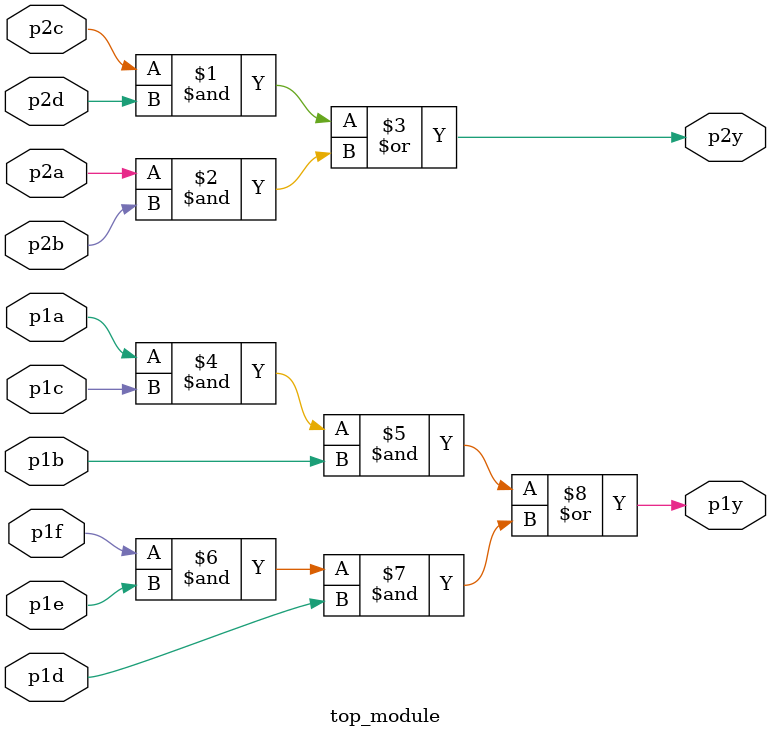
<source format=v>
module top_module ( 
    input p1a, p1b, p1c, p1d, p1e, p1f,
    output p1y,
    input p2a, p2b, p2c, p2d,
    output p2y );

assign p2y = (p2c&p2d) | (p2a&p2b);
assign p1y = (p1a&p1c&p1b) | (p1f&p1e&p1d);

endmodule
</source>
